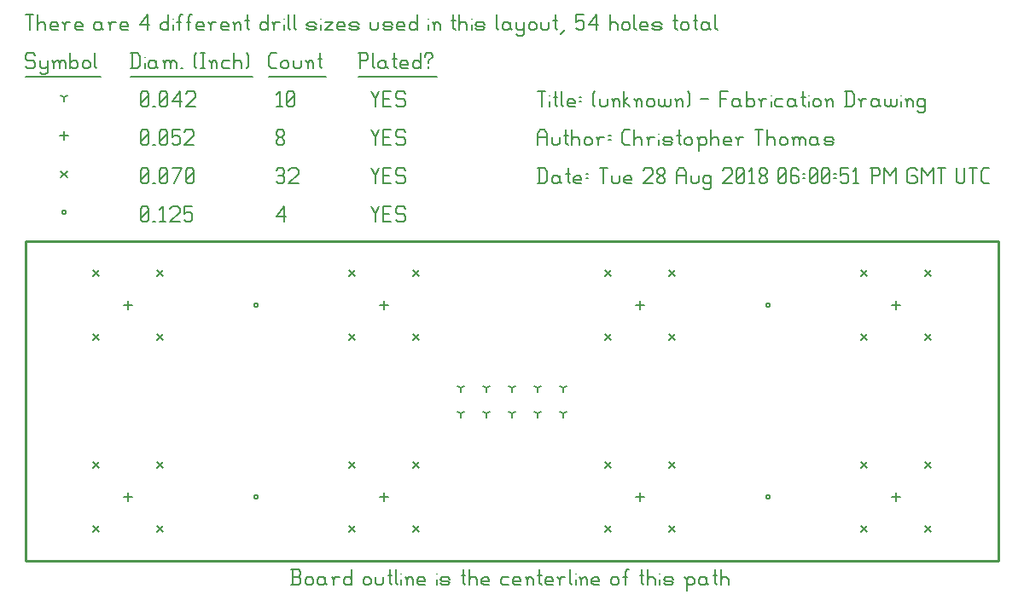
<source format=gbr>
G04 start of page 10 for group -3984 idx -3984 *
G04 Title: (unknown), fab *
G04 Creator: pcb 20140316 *
G04 CreationDate: Tue 28 Aug 2018 06:00:51 PM GMT UTC *
G04 For: thomasc *
G04 Format: Gerber/RS-274X *
G04 PCB-Dimensions (mil): 3800.00 1250.00 *
G04 PCB-Coordinate-Origin: lower left *
%MOIN*%
%FSLAX25Y25*%
%LNFAB*%
%ADD52C,0.0100*%
%ADD51C,0.0075*%
%ADD50C,0.0060*%
%ADD49C,0.0080*%
G54D49*X89200Y25000D02*G75*G03X90800Y25000I800J0D01*G01*
G75*G03X89200Y25000I-800J0D01*G01*
Y100000D02*G75*G03X90800Y100000I800J0D01*G01*
G75*G03X89200Y100000I-800J0D01*G01*
X289200Y25000D02*G75*G03X290800Y25000I800J0D01*G01*
G75*G03X289200Y25000I-800J0D01*G01*
Y100000D02*G75*G03X290800Y100000I800J0D01*G01*
G75*G03X289200Y100000I-800J0D01*G01*
X14200Y136250D02*G75*G03X15800Y136250I800J0D01*G01*
G75*G03X14200Y136250I-800J0D01*G01*
G54D50*X135000Y138500D02*X136500Y135500D01*
X138000Y138500D01*
X136500Y135500D02*Y132500D01*
X139800Y135800D02*X142050D01*
X139800Y132500D02*X142800D01*
X139800Y138500D02*Y132500D01*
Y138500D02*X142800D01*
X147600D02*X148350Y137750D01*
X145350Y138500D02*X147600D01*
X144600Y137750D02*X145350Y138500D01*
X144600Y137750D02*Y136250D01*
X145350Y135500D01*
X147600D01*
X148350Y134750D01*
Y133250D01*
X147600Y132500D02*X148350Y133250D01*
X145350Y132500D02*X147600D01*
X144600Y133250D02*X145350Y132500D01*
X98000Y134750D02*X101000Y138500D01*
X98000Y134750D02*X101750D01*
X101000Y138500D02*Y132500D01*
X45000Y133250D02*X45750Y132500D01*
X45000Y137750D02*Y133250D01*
Y137750D02*X45750Y138500D01*
X47250D01*
X48000Y137750D01*
Y133250D01*
X47250Y132500D02*X48000Y133250D01*
X45750Y132500D02*X47250D01*
X45000Y134000D02*X48000Y137000D01*
X49800Y132500D02*X50550D01*
X52350Y137300D02*X53550Y138500D01*
Y132500D01*
X52350D02*X54600D01*
X56400Y137750D02*X57150Y138500D01*
X59400D01*
X60150Y137750D01*
Y136250D01*
X56400Y132500D02*X60150Y136250D01*
X56400Y132500D02*X60150D01*
X61950Y138500D02*X64950D01*
X61950D02*Y135500D01*
X62700Y136250D01*
X64200D01*
X64950Y135500D01*
Y133250D01*
X64200Y132500D02*X64950Y133250D01*
X62700Y132500D02*X64200D01*
X61950Y133250D02*X62700Y132500D01*
X26300Y113700D02*X28700Y111300D01*
X26300D02*X28700Y113700D01*
X51300D02*X53700Y111300D01*
X51300D02*X53700Y113700D01*
X51300Y88700D02*X53700Y86300D01*
X51300D02*X53700Y88700D01*
X26300D02*X28700Y86300D01*
X26300D02*X28700Y88700D01*
X26300Y38700D02*X28700Y36300D01*
X26300D02*X28700Y38700D01*
X51300D02*X53700Y36300D01*
X51300D02*X53700Y38700D01*
X51300Y13700D02*X53700Y11300D01*
X51300D02*X53700Y13700D01*
X26300D02*X28700Y11300D01*
X26300D02*X28700Y13700D01*
X126300Y38700D02*X128700Y36300D01*
X126300D02*X128700Y38700D01*
X151300D02*X153700Y36300D01*
X151300D02*X153700Y38700D01*
X151300Y13700D02*X153700Y11300D01*
X151300D02*X153700Y13700D01*
X126300D02*X128700Y11300D01*
X126300D02*X128700Y13700D01*
X126300Y113700D02*X128700Y111300D01*
X126300D02*X128700Y113700D01*
X151300D02*X153700Y111300D01*
X151300D02*X153700Y113700D01*
X151300Y88700D02*X153700Y86300D01*
X151300D02*X153700Y88700D01*
X126300D02*X128700Y86300D01*
X126300D02*X128700Y88700D01*
X226300Y113700D02*X228700Y111300D01*
X226300D02*X228700Y113700D01*
X251300D02*X253700Y111300D01*
X251300D02*X253700Y113700D01*
X251300Y88700D02*X253700Y86300D01*
X251300D02*X253700Y88700D01*
X226300D02*X228700Y86300D01*
X226300D02*X228700Y88700D01*
X226300Y38700D02*X228700Y36300D01*
X226300D02*X228700Y38700D01*
X251300D02*X253700Y36300D01*
X251300D02*X253700Y38700D01*
X251300Y13700D02*X253700Y11300D01*
X251300D02*X253700Y13700D01*
X226300D02*X228700Y11300D01*
X226300D02*X228700Y13700D01*
X326300Y38700D02*X328700Y36300D01*
X326300D02*X328700Y38700D01*
X351300D02*X353700Y36300D01*
X351300D02*X353700Y38700D01*
X351300Y13700D02*X353700Y11300D01*
X351300D02*X353700Y13700D01*
X326300D02*X328700Y11300D01*
X326300D02*X328700Y13700D01*
X326300Y113700D02*X328700Y111300D01*
X326300D02*X328700Y113700D01*
X351300D02*X353700Y111300D01*
X351300D02*X353700Y113700D01*
X351300Y88700D02*X353700Y86300D01*
X351300D02*X353700Y88700D01*
X326300D02*X328700Y86300D01*
X326300D02*X328700Y88700D01*
X13800Y152450D02*X16200Y150050D01*
X13800D02*X16200Y152450D01*
X135000Y153500D02*X136500Y150500D01*
X138000Y153500D01*
X136500Y150500D02*Y147500D01*
X139800Y150800D02*X142050D01*
X139800Y147500D02*X142800D01*
X139800Y153500D02*Y147500D01*
Y153500D02*X142800D01*
X147600D02*X148350Y152750D01*
X145350Y153500D02*X147600D01*
X144600Y152750D02*X145350Y153500D01*
X144600Y152750D02*Y151250D01*
X145350Y150500D01*
X147600D01*
X148350Y149750D01*
Y148250D01*
X147600Y147500D02*X148350Y148250D01*
X145350Y147500D02*X147600D01*
X144600Y148250D02*X145350Y147500D01*
X98000Y152750D02*X98750Y153500D01*
X100250D01*
X101000Y152750D01*
X100250Y147500D02*X101000Y148250D01*
X98750Y147500D02*X100250D01*
X98000Y148250D02*X98750Y147500D01*
Y150800D02*X100250D01*
X101000Y152750D02*Y151550D01*
Y150050D02*Y148250D01*
Y150050D02*X100250Y150800D01*
X101000Y151550D02*X100250Y150800D01*
X102800Y152750D02*X103550Y153500D01*
X105800D01*
X106550Y152750D01*
Y151250D01*
X102800Y147500D02*X106550Y151250D01*
X102800Y147500D02*X106550D01*
X45000Y148250D02*X45750Y147500D01*
X45000Y152750D02*Y148250D01*
Y152750D02*X45750Y153500D01*
X47250D01*
X48000Y152750D01*
Y148250D01*
X47250Y147500D02*X48000Y148250D01*
X45750Y147500D02*X47250D01*
X45000Y149000D02*X48000Y152000D01*
X49800Y147500D02*X50550D01*
X52350Y148250D02*X53100Y147500D01*
X52350Y152750D02*Y148250D01*
Y152750D02*X53100Y153500D01*
X54600D01*
X55350Y152750D01*
Y148250D01*
X54600Y147500D02*X55350Y148250D01*
X53100Y147500D02*X54600D01*
X52350Y149000D02*X55350Y152000D01*
X57900Y147500D02*X60900Y153500D01*
X57150D02*X60900D01*
X62700Y148250D02*X63450Y147500D01*
X62700Y152750D02*Y148250D01*
Y152750D02*X63450Y153500D01*
X64950D01*
X65700Y152750D01*
Y148250D01*
X64950Y147500D02*X65700Y148250D01*
X63450Y147500D02*X64950D01*
X62700Y149000D02*X65700Y152000D01*
X40000Y101600D02*Y98400D01*
X38400Y100000D02*X41600D01*
X40000Y26600D02*Y23400D01*
X38400Y25000D02*X41600D01*
X140000Y26600D02*Y23400D01*
X138400Y25000D02*X141600D01*
X140000Y101600D02*Y98400D01*
X138400Y100000D02*X141600D01*
X240000Y101600D02*Y98400D01*
X238400Y100000D02*X241600D01*
X240000Y26600D02*Y23400D01*
X238400Y25000D02*X241600D01*
X340000Y26600D02*Y23400D01*
X338400Y25000D02*X341600D01*
X340000Y101600D02*Y98400D01*
X338400Y100000D02*X341600D01*
X15000Y167850D02*Y164650D01*
X13400Y166250D02*X16600D01*
X135000Y168500D02*X136500Y165500D01*
X138000Y168500D01*
X136500Y165500D02*Y162500D01*
X139800Y165800D02*X142050D01*
X139800Y162500D02*X142800D01*
X139800Y168500D02*Y162500D01*
Y168500D02*X142800D01*
X147600D02*X148350Y167750D01*
X145350Y168500D02*X147600D01*
X144600Y167750D02*X145350Y168500D01*
X144600Y167750D02*Y166250D01*
X145350Y165500D01*
X147600D01*
X148350Y164750D01*
Y163250D01*
X147600Y162500D02*X148350Y163250D01*
X145350Y162500D02*X147600D01*
X144600Y163250D02*X145350Y162500D01*
X98000Y163250D02*X98750Y162500D01*
X98000Y164450D02*Y163250D01*
Y164450D02*X99050Y165500D01*
X99950D01*
X101000Y164450D01*
Y163250D01*
X100250Y162500D02*X101000Y163250D01*
X98750Y162500D02*X100250D01*
X98000Y166550D02*X99050Y165500D01*
X98000Y167750D02*Y166550D01*
Y167750D02*X98750Y168500D01*
X100250D01*
X101000Y167750D01*
Y166550D01*
X99950Y165500D02*X101000Y166550D01*
X45000Y163250D02*X45750Y162500D01*
X45000Y167750D02*Y163250D01*
Y167750D02*X45750Y168500D01*
X47250D01*
X48000Y167750D01*
Y163250D01*
X47250Y162500D02*X48000Y163250D01*
X45750Y162500D02*X47250D01*
X45000Y164000D02*X48000Y167000D01*
X49800Y162500D02*X50550D01*
X52350Y163250D02*X53100Y162500D01*
X52350Y167750D02*Y163250D01*
Y167750D02*X53100Y168500D01*
X54600D01*
X55350Y167750D01*
Y163250D01*
X54600Y162500D02*X55350Y163250D01*
X53100Y162500D02*X54600D01*
X52350Y164000D02*X55350Y167000D01*
X57150Y168500D02*X60150D01*
X57150D02*Y165500D01*
X57900Y166250D01*
X59400D01*
X60150Y165500D01*
Y163250D01*
X59400Y162500D02*X60150Y163250D01*
X57900Y162500D02*X59400D01*
X57150Y163250D02*X57900Y162500D01*
X61950Y167750D02*X62700Y168500D01*
X64950D01*
X65700Y167750D01*
Y166250D01*
X61950Y162500D02*X65700Y166250D01*
X61950Y162500D02*X65700D01*
X170000Y57500D02*Y55900D01*
Y57500D02*X171387Y58300D01*
X170000Y57500D02*X168613Y58300D01*
X170000Y67500D02*Y65900D01*
Y67500D02*X171387Y68300D01*
X170000Y67500D02*X168613Y68300D01*
X180000Y57500D02*Y55900D01*
Y57500D02*X181387Y58300D01*
X180000Y57500D02*X178613Y58300D01*
X180000Y67500D02*Y65900D01*
Y67500D02*X181387Y68300D01*
X180000Y67500D02*X178613Y68300D01*
X190000Y57500D02*Y55900D01*
Y57500D02*X191387Y58300D01*
X190000Y57500D02*X188613Y58300D01*
X190000Y67500D02*Y65900D01*
Y67500D02*X191387Y68300D01*
X190000Y67500D02*X188613Y68300D01*
X200000Y57500D02*Y55900D01*
Y57500D02*X201387Y58300D01*
X200000Y57500D02*X198613Y58300D01*
X200000Y67500D02*Y65900D01*
Y67500D02*X201387Y68300D01*
X200000Y67500D02*X198613Y68300D01*
X210000Y57500D02*Y55900D01*
Y57500D02*X211387Y58300D01*
X210000Y57500D02*X208613Y58300D01*
X210000Y67500D02*Y65900D01*
Y67500D02*X211387Y68300D01*
X210000Y67500D02*X208613Y68300D01*
X15000Y181250D02*Y179650D01*
Y181250D02*X16387Y182050D01*
X15000Y181250D02*X13613Y182050D01*
X135000Y183500D02*X136500Y180500D01*
X138000Y183500D01*
X136500Y180500D02*Y177500D01*
X139800Y180800D02*X142050D01*
X139800Y177500D02*X142800D01*
X139800Y183500D02*Y177500D01*
Y183500D02*X142800D01*
X147600D02*X148350Y182750D01*
X145350Y183500D02*X147600D01*
X144600Y182750D02*X145350Y183500D01*
X144600Y182750D02*Y181250D01*
X145350Y180500D01*
X147600D01*
X148350Y179750D01*
Y178250D01*
X147600Y177500D02*X148350Y178250D01*
X145350Y177500D02*X147600D01*
X144600Y178250D02*X145350Y177500D01*
X98000Y182300D02*X99200Y183500D01*
Y177500D01*
X98000D02*X100250D01*
X102050Y178250D02*X102800Y177500D01*
X102050Y182750D02*Y178250D01*
Y182750D02*X102800Y183500D01*
X104300D01*
X105050Y182750D01*
Y178250D01*
X104300Y177500D02*X105050Y178250D01*
X102800Y177500D02*X104300D01*
X102050Y179000D02*X105050Y182000D01*
X45000Y178250D02*X45750Y177500D01*
X45000Y182750D02*Y178250D01*
Y182750D02*X45750Y183500D01*
X47250D01*
X48000Y182750D01*
Y178250D01*
X47250Y177500D02*X48000Y178250D01*
X45750Y177500D02*X47250D01*
X45000Y179000D02*X48000Y182000D01*
X49800Y177500D02*X50550D01*
X52350Y178250D02*X53100Y177500D01*
X52350Y182750D02*Y178250D01*
Y182750D02*X53100Y183500D01*
X54600D01*
X55350Y182750D01*
Y178250D01*
X54600Y177500D02*X55350Y178250D01*
X53100Y177500D02*X54600D01*
X52350Y179000D02*X55350Y182000D01*
X57150Y179750D02*X60150Y183500D01*
X57150Y179750D02*X60900D01*
X60150Y183500D02*Y177500D01*
X62700Y182750D02*X63450Y183500D01*
X65700D01*
X66450Y182750D01*
Y181250D01*
X62700Y177500D02*X66450Y181250D01*
X62700Y177500D02*X66450D01*
X3000Y198500D02*X3750Y197750D01*
X750Y198500D02*X3000D01*
X0Y197750D02*X750Y198500D01*
X0Y197750D02*Y196250D01*
X750Y195500D01*
X3000D01*
X3750Y194750D01*
Y193250D01*
X3000Y192500D02*X3750Y193250D01*
X750Y192500D02*X3000D01*
X0Y193250D02*X750Y192500D01*
X5550Y195500D02*Y193250D01*
X6300Y192500D01*
X8550Y195500D02*Y191000D01*
X7800Y190250D02*X8550Y191000D01*
X6300Y190250D02*X7800D01*
X5550Y191000D02*X6300Y190250D01*
Y192500D02*X7800D01*
X8550Y193250D01*
X11100Y194750D02*Y192500D01*
Y194750D02*X11850Y195500D01*
X12600D01*
X13350Y194750D01*
Y192500D01*
Y194750D02*X14100Y195500D01*
X14850D01*
X15600Y194750D01*
Y192500D01*
X10350Y195500D02*X11100Y194750D01*
X17400Y198500D02*Y192500D01*
Y193250D02*X18150Y192500D01*
X19650D01*
X20400Y193250D01*
Y194750D02*Y193250D01*
X19650Y195500D02*X20400Y194750D01*
X18150Y195500D02*X19650D01*
X17400Y194750D02*X18150Y195500D01*
X22200Y194750D02*Y193250D01*
Y194750D02*X22950Y195500D01*
X24450D01*
X25200Y194750D01*
Y193250D01*
X24450Y192500D02*X25200Y193250D01*
X22950Y192500D02*X24450D01*
X22200Y193250D02*X22950Y192500D01*
X27000Y198500D02*Y193250D01*
X27750Y192500D01*
X0Y189250D02*X29250D01*
X41750Y198500D02*Y192500D01*
X43700Y198500D02*X44750Y197450D01*
Y193550D01*
X43700Y192500D02*X44750Y193550D01*
X41000Y192500D02*X43700D01*
X41000Y198500D02*X43700D01*
G54D51*X46550Y197000D02*Y196850D01*
G54D50*Y194750D02*Y192500D01*
X50300Y195500D02*X51050Y194750D01*
X48800Y195500D02*X50300D01*
X48050Y194750D02*X48800Y195500D01*
X48050Y194750D02*Y193250D01*
X48800Y192500D01*
X51050Y195500D02*Y193250D01*
X51800Y192500D01*
X48800D02*X50300D01*
X51050Y193250D01*
X54350Y194750D02*Y192500D01*
Y194750D02*X55100Y195500D01*
X55850D01*
X56600Y194750D01*
Y192500D01*
Y194750D02*X57350Y195500D01*
X58100D01*
X58850Y194750D01*
Y192500D01*
X53600Y195500D02*X54350Y194750D01*
X60650Y192500D02*X61400D01*
X65900Y193250D02*X66650Y192500D01*
X65900Y197750D02*X66650Y198500D01*
X65900Y197750D02*Y193250D01*
X68450Y198500D02*X69950D01*
X69200D02*Y192500D01*
X68450D02*X69950D01*
X72500Y194750D02*Y192500D01*
Y194750D02*X73250Y195500D01*
X74000D01*
X74750Y194750D01*
Y192500D01*
X71750Y195500D02*X72500Y194750D01*
X77300Y195500D02*X79550D01*
X76550Y194750D02*X77300Y195500D01*
X76550Y194750D02*Y193250D01*
X77300Y192500D01*
X79550D01*
X81350Y198500D02*Y192500D01*
Y194750D02*X82100Y195500D01*
X83600D01*
X84350Y194750D01*
Y192500D01*
X86150Y198500D02*X86900Y197750D01*
Y193250D01*
X86150Y192500D02*X86900Y193250D01*
X41000Y189250D02*X88700D01*
X96050Y192500D02*X98000D01*
X95000Y193550D02*X96050Y192500D01*
X95000Y197450D02*Y193550D01*
Y197450D02*X96050Y198500D01*
X98000D01*
X99800Y194750D02*Y193250D01*
Y194750D02*X100550Y195500D01*
X102050D01*
X102800Y194750D01*
Y193250D01*
X102050Y192500D02*X102800Y193250D01*
X100550Y192500D02*X102050D01*
X99800Y193250D02*X100550Y192500D01*
X104600Y195500D02*Y193250D01*
X105350Y192500D01*
X106850D01*
X107600Y193250D01*
Y195500D02*Y193250D01*
X110150Y194750D02*Y192500D01*
Y194750D02*X110900Y195500D01*
X111650D01*
X112400Y194750D01*
Y192500D01*
X109400Y195500D02*X110150Y194750D01*
X114950Y198500D02*Y193250D01*
X115700Y192500D01*
X114200Y196250D02*X115700D01*
X95000Y189250D02*X117200D01*
X130750Y198500D02*Y192500D01*
X130000Y198500D02*X133000D01*
X133750Y197750D01*
Y196250D01*
X133000Y195500D02*X133750Y196250D01*
X130750Y195500D02*X133000D01*
X135550Y198500D02*Y193250D01*
X136300Y192500D01*
X140050Y195500D02*X140800Y194750D01*
X138550Y195500D02*X140050D01*
X137800Y194750D02*X138550Y195500D01*
X137800Y194750D02*Y193250D01*
X138550Y192500D01*
X140800Y195500D02*Y193250D01*
X141550Y192500D01*
X138550D02*X140050D01*
X140800Y193250D01*
X144100Y198500D02*Y193250D01*
X144850Y192500D01*
X143350Y196250D02*X144850D01*
X147100Y192500D02*X149350D01*
X146350Y193250D02*X147100Y192500D01*
X146350Y194750D02*Y193250D01*
Y194750D02*X147100Y195500D01*
X148600D01*
X149350Y194750D01*
X146350Y194000D02*X149350D01*
Y194750D02*Y194000D01*
X154150Y198500D02*Y192500D01*
X153400D02*X154150Y193250D01*
X151900Y192500D02*X153400D01*
X151150Y193250D02*X151900Y192500D01*
X151150Y194750D02*Y193250D01*
Y194750D02*X151900Y195500D01*
X153400D01*
X154150Y194750D01*
X157450Y195500D02*Y194750D01*
Y193250D02*Y192500D01*
X155950Y197750D02*Y197000D01*
Y197750D02*X156700Y198500D01*
X158200D01*
X158950Y197750D01*
Y197000D01*
X157450Y195500D02*X158950Y197000D01*
X130000Y189250D02*X160750D01*
X0Y213500D02*X3000D01*
X1500D02*Y207500D01*
X4800Y213500D02*Y207500D01*
Y209750D02*X5550Y210500D01*
X7050D01*
X7800Y209750D01*
Y207500D01*
X10350D02*X12600D01*
X9600Y208250D02*X10350Y207500D01*
X9600Y209750D02*Y208250D01*
Y209750D02*X10350Y210500D01*
X11850D01*
X12600Y209750D01*
X9600Y209000D02*X12600D01*
Y209750D02*Y209000D01*
X15150Y209750D02*Y207500D01*
Y209750D02*X15900Y210500D01*
X17400D01*
X14400D02*X15150Y209750D01*
X19950Y207500D02*X22200D01*
X19200Y208250D02*X19950Y207500D01*
X19200Y209750D02*Y208250D01*
Y209750D02*X19950Y210500D01*
X21450D01*
X22200Y209750D01*
X19200Y209000D02*X22200D01*
Y209750D02*Y209000D01*
X28950Y210500D02*X29700Y209750D01*
X27450Y210500D02*X28950D01*
X26700Y209750D02*X27450Y210500D01*
X26700Y209750D02*Y208250D01*
X27450Y207500D01*
X29700Y210500D02*Y208250D01*
X30450Y207500D01*
X27450D02*X28950D01*
X29700Y208250D01*
X33000Y209750D02*Y207500D01*
Y209750D02*X33750Y210500D01*
X35250D01*
X32250D02*X33000Y209750D01*
X37800Y207500D02*X40050D01*
X37050Y208250D02*X37800Y207500D01*
X37050Y209750D02*Y208250D01*
Y209750D02*X37800Y210500D01*
X39300D01*
X40050Y209750D01*
X37050Y209000D02*X40050D01*
Y209750D02*Y209000D01*
X44550Y209750D02*X47550Y213500D01*
X44550Y209750D02*X48300D01*
X47550Y213500D02*Y207500D01*
X55800Y213500D02*Y207500D01*
X55050D02*X55800Y208250D01*
X53550Y207500D02*X55050D01*
X52800Y208250D02*X53550Y207500D01*
X52800Y209750D02*Y208250D01*
Y209750D02*X53550Y210500D01*
X55050D01*
X55800Y209750D01*
G54D51*X57600Y212000D02*Y211850D01*
G54D50*Y209750D02*Y207500D01*
X59850Y212750D02*Y207500D01*
Y212750D02*X60600Y213500D01*
X61350D01*
X59100Y210500D02*X60600D01*
X63600Y212750D02*Y207500D01*
Y212750D02*X64350Y213500D01*
X65100D01*
X62850Y210500D02*X64350D01*
X67350Y207500D02*X69600D01*
X66600Y208250D02*X67350Y207500D01*
X66600Y209750D02*Y208250D01*
Y209750D02*X67350Y210500D01*
X68850D01*
X69600Y209750D01*
X66600Y209000D02*X69600D01*
Y209750D02*Y209000D01*
X72150Y209750D02*Y207500D01*
Y209750D02*X72900Y210500D01*
X74400D01*
X71400D02*X72150Y209750D01*
X76950Y207500D02*X79200D01*
X76200Y208250D02*X76950Y207500D01*
X76200Y209750D02*Y208250D01*
Y209750D02*X76950Y210500D01*
X78450D01*
X79200Y209750D01*
X76200Y209000D02*X79200D01*
Y209750D02*Y209000D01*
X81750Y209750D02*Y207500D01*
Y209750D02*X82500Y210500D01*
X83250D01*
X84000Y209750D01*
Y207500D01*
X81000Y210500D02*X81750Y209750D01*
X86550Y213500D02*Y208250D01*
X87300Y207500D01*
X85800Y211250D02*X87300D01*
X94500Y213500D02*Y207500D01*
X93750D02*X94500Y208250D01*
X92250Y207500D02*X93750D01*
X91500Y208250D02*X92250Y207500D01*
X91500Y209750D02*Y208250D01*
Y209750D02*X92250Y210500D01*
X93750D01*
X94500Y209750D01*
X97050D02*Y207500D01*
Y209750D02*X97800Y210500D01*
X99300D01*
X96300D02*X97050Y209750D01*
G54D51*X101100Y212000D02*Y211850D01*
G54D50*Y209750D02*Y207500D01*
X102600Y213500D02*Y208250D01*
X103350Y207500D01*
X104850Y213500D02*Y208250D01*
X105600Y207500D01*
X110550D02*X112800D01*
X113550Y208250D01*
X112800Y209000D02*X113550Y208250D01*
X110550Y209000D02*X112800D01*
X109800Y209750D02*X110550Y209000D01*
X109800Y209750D02*X110550Y210500D01*
X112800D01*
X113550Y209750D01*
X109800Y208250D02*X110550Y207500D01*
G54D51*X115350Y212000D02*Y211850D01*
G54D50*Y209750D02*Y207500D01*
X116850Y210500D02*X119850D01*
X116850Y207500D02*X119850Y210500D01*
X116850Y207500D02*X119850D01*
X122400D02*X124650D01*
X121650Y208250D02*X122400Y207500D01*
X121650Y209750D02*Y208250D01*
Y209750D02*X122400Y210500D01*
X123900D01*
X124650Y209750D01*
X121650Y209000D02*X124650D01*
Y209750D02*Y209000D01*
X127200Y207500D02*X129450D01*
X130200Y208250D01*
X129450Y209000D02*X130200Y208250D01*
X127200Y209000D02*X129450D01*
X126450Y209750D02*X127200Y209000D01*
X126450Y209750D02*X127200Y210500D01*
X129450D01*
X130200Y209750D01*
X126450Y208250D02*X127200Y207500D01*
X134700Y210500D02*Y208250D01*
X135450Y207500D01*
X136950D01*
X137700Y208250D01*
Y210500D02*Y208250D01*
X140250Y207500D02*X142500D01*
X143250Y208250D01*
X142500Y209000D02*X143250Y208250D01*
X140250Y209000D02*X142500D01*
X139500Y209750D02*X140250Y209000D01*
X139500Y209750D02*X140250Y210500D01*
X142500D01*
X143250Y209750D01*
X139500Y208250D02*X140250Y207500D01*
X145800D02*X148050D01*
X145050Y208250D02*X145800Y207500D01*
X145050Y209750D02*Y208250D01*
Y209750D02*X145800Y210500D01*
X147300D01*
X148050Y209750D01*
X145050Y209000D02*X148050D01*
Y209750D02*Y209000D01*
X152850Y213500D02*Y207500D01*
X152100D02*X152850Y208250D01*
X150600Y207500D02*X152100D01*
X149850Y208250D02*X150600Y207500D01*
X149850Y209750D02*Y208250D01*
Y209750D02*X150600Y210500D01*
X152100D01*
X152850Y209750D01*
G54D51*X157350Y212000D02*Y211850D01*
G54D50*Y209750D02*Y207500D01*
X159600Y209750D02*Y207500D01*
Y209750D02*X160350Y210500D01*
X161100D01*
X161850Y209750D01*
Y207500D01*
X158850Y210500D02*X159600Y209750D01*
X167100Y213500D02*Y208250D01*
X167850Y207500D01*
X166350Y211250D02*X167850D01*
X169350Y213500D02*Y207500D01*
Y209750D02*X170100Y210500D01*
X171600D01*
X172350Y209750D01*
Y207500D01*
G54D51*X174150Y212000D02*Y211850D01*
G54D50*Y209750D02*Y207500D01*
X176400D02*X178650D01*
X179400Y208250D01*
X178650Y209000D02*X179400Y208250D01*
X176400Y209000D02*X178650D01*
X175650Y209750D02*X176400Y209000D01*
X175650Y209750D02*X176400Y210500D01*
X178650D01*
X179400Y209750D01*
X175650Y208250D02*X176400Y207500D01*
X183900Y213500D02*Y208250D01*
X184650Y207500D01*
X188400Y210500D02*X189150Y209750D01*
X186900Y210500D02*X188400D01*
X186150Y209750D02*X186900Y210500D01*
X186150Y209750D02*Y208250D01*
X186900Y207500D01*
X189150Y210500D02*Y208250D01*
X189900Y207500D01*
X186900D02*X188400D01*
X189150Y208250D01*
X191700Y210500D02*Y208250D01*
X192450Y207500D01*
X194700Y210500D02*Y206000D01*
X193950Y205250D02*X194700Y206000D01*
X192450Y205250D02*X193950D01*
X191700Y206000D02*X192450Y205250D01*
Y207500D02*X193950D01*
X194700Y208250D01*
X196500Y209750D02*Y208250D01*
Y209750D02*X197250Y210500D01*
X198750D01*
X199500Y209750D01*
Y208250D01*
X198750Y207500D02*X199500Y208250D01*
X197250Y207500D02*X198750D01*
X196500Y208250D02*X197250Y207500D01*
X201300Y210500D02*Y208250D01*
X202050Y207500D01*
X203550D01*
X204300Y208250D01*
Y210500D02*Y208250D01*
X206850Y213500D02*Y208250D01*
X207600Y207500D01*
X206100Y211250D02*X207600D01*
X209100Y206000D02*X210600Y207500D01*
X215100Y213500D02*X218100D01*
X215100D02*Y210500D01*
X215850Y211250D01*
X217350D01*
X218100Y210500D01*
Y208250D01*
X217350Y207500D02*X218100Y208250D01*
X215850Y207500D02*X217350D01*
X215100Y208250D02*X215850Y207500D01*
X219900Y209750D02*X222900Y213500D01*
X219900Y209750D02*X223650D01*
X222900Y213500D02*Y207500D01*
X228150Y213500D02*Y207500D01*
Y209750D02*X228900Y210500D01*
X230400D01*
X231150Y209750D01*
Y207500D01*
X232950Y209750D02*Y208250D01*
Y209750D02*X233700Y210500D01*
X235200D01*
X235950Y209750D01*
Y208250D01*
X235200Y207500D02*X235950Y208250D01*
X233700Y207500D02*X235200D01*
X232950Y208250D02*X233700Y207500D01*
X237750Y213500D02*Y208250D01*
X238500Y207500D01*
X240750D02*X243000D01*
X240000Y208250D02*X240750Y207500D01*
X240000Y209750D02*Y208250D01*
Y209750D02*X240750Y210500D01*
X242250D01*
X243000Y209750D01*
X240000Y209000D02*X243000D01*
Y209750D02*Y209000D01*
X245550Y207500D02*X247800D01*
X248550Y208250D01*
X247800Y209000D02*X248550Y208250D01*
X245550Y209000D02*X247800D01*
X244800Y209750D02*X245550Y209000D01*
X244800Y209750D02*X245550Y210500D01*
X247800D01*
X248550Y209750D01*
X244800Y208250D02*X245550Y207500D01*
X253800Y213500D02*Y208250D01*
X254550Y207500D01*
X253050Y211250D02*X254550D01*
X256050Y209750D02*Y208250D01*
Y209750D02*X256800Y210500D01*
X258300D01*
X259050Y209750D01*
Y208250D01*
X258300Y207500D02*X259050Y208250D01*
X256800Y207500D02*X258300D01*
X256050Y208250D02*X256800Y207500D01*
X261600Y213500D02*Y208250D01*
X262350Y207500D01*
X260850Y211250D02*X262350D01*
X266100Y210500D02*X266850Y209750D01*
X264600Y210500D02*X266100D01*
X263850Y209750D02*X264600Y210500D01*
X263850Y209750D02*Y208250D01*
X264600Y207500D01*
X266850Y210500D02*Y208250D01*
X267600Y207500D01*
X264600D02*X266100D01*
X266850Y208250D01*
X269400Y213500D02*Y208250D01*
X270150Y207500D01*
G54D52*X0Y125000D02*Y0D01*
X380000D01*
Y125000D01*
X0D01*
G54D50*X103675Y-9500D02*X106675D01*
X107425Y-8750D01*
Y-6950D02*Y-8750D01*
X106675Y-6200D02*X107425Y-6950D01*
X104425Y-6200D02*X106675D01*
X104425Y-3500D02*Y-9500D01*
X103675Y-3500D02*X106675D01*
X107425Y-4250D01*
Y-5450D01*
X106675Y-6200D02*X107425Y-5450D01*
X109225Y-7250D02*Y-8750D01*
Y-7250D02*X109975Y-6500D01*
X111475D01*
X112225Y-7250D01*
Y-8750D01*
X111475Y-9500D02*X112225Y-8750D01*
X109975Y-9500D02*X111475D01*
X109225Y-8750D02*X109975Y-9500D01*
X116275Y-6500D02*X117025Y-7250D01*
X114775Y-6500D02*X116275D01*
X114025Y-7250D02*X114775Y-6500D01*
X114025Y-7250D02*Y-8750D01*
X114775Y-9500D01*
X117025Y-6500D02*Y-8750D01*
X117775Y-9500D01*
X114775D02*X116275D01*
X117025Y-8750D01*
X120325Y-7250D02*Y-9500D01*
Y-7250D02*X121075Y-6500D01*
X122575D01*
X119575D02*X120325Y-7250D01*
X127375Y-3500D02*Y-9500D01*
X126625D02*X127375Y-8750D01*
X125125Y-9500D02*X126625D01*
X124375Y-8750D02*X125125Y-9500D01*
X124375Y-7250D02*Y-8750D01*
Y-7250D02*X125125Y-6500D01*
X126625D01*
X127375Y-7250D01*
X131875D02*Y-8750D01*
Y-7250D02*X132625Y-6500D01*
X134125D01*
X134875Y-7250D01*
Y-8750D01*
X134125Y-9500D02*X134875Y-8750D01*
X132625Y-9500D02*X134125D01*
X131875Y-8750D02*X132625Y-9500D01*
X136675Y-6500D02*Y-8750D01*
X137425Y-9500D01*
X138925D01*
X139675Y-8750D01*
Y-6500D02*Y-8750D01*
X142225Y-3500D02*Y-8750D01*
X142975Y-9500D01*
X141475Y-5750D02*X142975D01*
X144475Y-3500D02*Y-8750D01*
X145225Y-9500D01*
G54D51*X146725Y-5000D02*Y-5150D01*
G54D50*Y-7250D02*Y-9500D01*
X148975Y-7250D02*Y-9500D01*
Y-7250D02*X149725Y-6500D01*
X150475D01*
X151225Y-7250D01*
Y-9500D01*
X148225Y-6500D02*X148975Y-7250D01*
X153775Y-9500D02*X156025D01*
X153025Y-8750D02*X153775Y-9500D01*
X153025Y-7250D02*Y-8750D01*
Y-7250D02*X153775Y-6500D01*
X155275D01*
X156025Y-7250D01*
X153025Y-8000D02*X156025D01*
Y-7250D02*Y-8000D01*
G54D51*X160525Y-5000D02*Y-5150D01*
G54D50*Y-7250D02*Y-9500D01*
X162775D02*X165025D01*
X165775Y-8750D01*
X165025Y-8000D02*X165775Y-8750D01*
X162775Y-8000D02*X165025D01*
X162025Y-7250D02*X162775Y-8000D01*
X162025Y-7250D02*X162775Y-6500D01*
X165025D01*
X165775Y-7250D01*
X162025Y-8750D02*X162775Y-9500D01*
X171025Y-3500D02*Y-8750D01*
X171775Y-9500D01*
X170275Y-5750D02*X171775D01*
X173275Y-3500D02*Y-9500D01*
Y-7250D02*X174025Y-6500D01*
X175525D01*
X176275Y-7250D01*
Y-9500D01*
X178825D02*X181075D01*
X178075Y-8750D02*X178825Y-9500D01*
X178075Y-7250D02*Y-8750D01*
Y-7250D02*X178825Y-6500D01*
X180325D01*
X181075Y-7250D01*
X178075Y-8000D02*X181075D01*
Y-7250D02*Y-8000D01*
X186325Y-6500D02*X188575D01*
X185575Y-7250D02*X186325Y-6500D01*
X185575Y-7250D02*Y-8750D01*
X186325Y-9500D01*
X188575D01*
X191125D02*X193375D01*
X190375Y-8750D02*X191125Y-9500D01*
X190375Y-7250D02*Y-8750D01*
Y-7250D02*X191125Y-6500D01*
X192625D01*
X193375Y-7250D01*
X190375Y-8000D02*X193375D01*
Y-7250D02*Y-8000D01*
X195925Y-7250D02*Y-9500D01*
Y-7250D02*X196675Y-6500D01*
X197425D01*
X198175Y-7250D01*
Y-9500D01*
X195175Y-6500D02*X195925Y-7250D01*
X200725Y-3500D02*Y-8750D01*
X201475Y-9500D01*
X199975Y-5750D02*X201475D01*
X203725Y-9500D02*X205975D01*
X202975Y-8750D02*X203725Y-9500D01*
X202975Y-7250D02*Y-8750D01*
Y-7250D02*X203725Y-6500D01*
X205225D01*
X205975Y-7250D01*
X202975Y-8000D02*X205975D01*
Y-7250D02*Y-8000D01*
X208525Y-7250D02*Y-9500D01*
Y-7250D02*X209275Y-6500D01*
X210775D01*
X207775D02*X208525Y-7250D01*
X212575Y-3500D02*Y-8750D01*
X213325Y-9500D01*
G54D51*X214825Y-5000D02*Y-5150D01*
G54D50*Y-7250D02*Y-9500D01*
X217075Y-7250D02*Y-9500D01*
Y-7250D02*X217825Y-6500D01*
X218575D01*
X219325Y-7250D01*
Y-9500D01*
X216325Y-6500D02*X217075Y-7250D01*
X221875Y-9500D02*X224125D01*
X221125Y-8750D02*X221875Y-9500D01*
X221125Y-7250D02*Y-8750D01*
Y-7250D02*X221875Y-6500D01*
X223375D01*
X224125Y-7250D01*
X221125Y-8000D02*X224125D01*
Y-7250D02*Y-8000D01*
X228625Y-7250D02*Y-8750D01*
Y-7250D02*X229375Y-6500D01*
X230875D01*
X231625Y-7250D01*
Y-8750D01*
X230875Y-9500D02*X231625Y-8750D01*
X229375Y-9500D02*X230875D01*
X228625Y-8750D02*X229375Y-9500D01*
X234175Y-4250D02*Y-9500D01*
Y-4250D02*X234925Y-3500D01*
X235675D01*
X233425Y-6500D02*X234925D01*
X240625Y-3500D02*Y-8750D01*
X241375Y-9500D01*
X239875Y-5750D02*X241375D01*
X242875Y-3500D02*Y-9500D01*
Y-7250D02*X243625Y-6500D01*
X245125D01*
X245875Y-7250D01*
Y-9500D01*
G54D51*X247675Y-5000D02*Y-5150D01*
G54D50*Y-7250D02*Y-9500D01*
X249925D02*X252175D01*
X252925Y-8750D01*
X252175Y-8000D02*X252925Y-8750D01*
X249925Y-8000D02*X252175D01*
X249175Y-7250D02*X249925Y-8000D01*
X249175Y-7250D02*X249925Y-6500D01*
X252175D01*
X252925Y-7250D01*
X249175Y-8750D02*X249925Y-9500D01*
X258175Y-7250D02*Y-11750D01*
X257425Y-6500D02*X258175Y-7250D01*
X258925Y-6500D01*
X260425D01*
X261175Y-7250D01*
Y-8750D01*
X260425Y-9500D02*X261175Y-8750D01*
X258925Y-9500D02*X260425D01*
X258175Y-8750D02*X258925Y-9500D01*
X265225Y-6500D02*X265975Y-7250D01*
X263725Y-6500D02*X265225D01*
X262975Y-7250D02*X263725Y-6500D01*
X262975Y-7250D02*Y-8750D01*
X263725Y-9500D01*
X265975Y-6500D02*Y-8750D01*
X266725Y-9500D01*
X263725D02*X265225D01*
X265975Y-8750D01*
X269275Y-3500D02*Y-8750D01*
X270025Y-9500D01*
X268525Y-5750D02*X270025D01*
X271525Y-3500D02*Y-9500D01*
Y-7250D02*X272275Y-6500D01*
X273775D01*
X274525Y-7250D01*
Y-9500D01*
X200750Y153500D02*Y147500D01*
X202700Y153500D02*X203750Y152450D01*
Y148550D01*
X202700Y147500D02*X203750Y148550D01*
X200000Y147500D02*X202700D01*
X200000Y153500D02*X202700D01*
X207800Y150500D02*X208550Y149750D01*
X206300Y150500D02*X207800D01*
X205550Y149750D02*X206300Y150500D01*
X205550Y149750D02*Y148250D01*
X206300Y147500D01*
X208550Y150500D02*Y148250D01*
X209300Y147500D01*
X206300D02*X207800D01*
X208550Y148250D01*
X211850Y153500D02*Y148250D01*
X212600Y147500D01*
X211100Y151250D02*X212600D01*
X214850Y147500D02*X217100D01*
X214100Y148250D02*X214850Y147500D01*
X214100Y149750D02*Y148250D01*
Y149750D02*X214850Y150500D01*
X216350D01*
X217100Y149750D01*
X214100Y149000D02*X217100D01*
Y149750D02*Y149000D01*
X218900Y151250D02*X219650D01*
X218900Y149750D02*X219650D01*
X224150Y153500D02*X227150D01*
X225650D02*Y147500D01*
X228950Y150500D02*Y148250D01*
X229700Y147500D01*
X231200D01*
X231950Y148250D01*
Y150500D02*Y148250D01*
X234500Y147500D02*X236750D01*
X233750Y148250D02*X234500Y147500D01*
X233750Y149750D02*Y148250D01*
Y149750D02*X234500Y150500D01*
X236000D01*
X236750Y149750D01*
X233750Y149000D02*X236750D01*
Y149750D02*Y149000D01*
X241250Y152750D02*X242000Y153500D01*
X244250D01*
X245000Y152750D01*
Y151250D01*
X241250Y147500D02*X245000Y151250D01*
X241250Y147500D02*X245000D01*
X246800Y148250D02*X247550Y147500D01*
X246800Y149450D02*Y148250D01*
Y149450D02*X247850Y150500D01*
X248750D01*
X249800Y149450D01*
Y148250D01*
X249050Y147500D02*X249800Y148250D01*
X247550Y147500D02*X249050D01*
X246800Y151550D02*X247850Y150500D01*
X246800Y152750D02*Y151550D01*
Y152750D02*X247550Y153500D01*
X249050D01*
X249800Y152750D01*
Y151550D01*
X248750Y150500D02*X249800Y151550D01*
X254300Y152000D02*Y147500D01*
Y152000D02*X255350Y153500D01*
X257000D01*
X258050Y152000D01*
Y147500D01*
X254300Y150500D02*X258050D01*
X259850D02*Y148250D01*
X260600Y147500D01*
X262100D01*
X262850Y148250D01*
Y150500D02*Y148250D01*
X266900Y150500D02*X267650Y149750D01*
X265400Y150500D02*X266900D01*
X264650Y149750D02*X265400Y150500D01*
X264650Y149750D02*Y148250D01*
X265400Y147500D01*
X266900D01*
X267650Y148250D01*
X264650Y146000D02*X265400Y145250D01*
X266900D01*
X267650Y146000D01*
Y150500D02*Y146000D01*
X272150Y152750D02*X272900Y153500D01*
X275150D01*
X275900Y152750D01*
Y151250D01*
X272150Y147500D02*X275900Y151250D01*
X272150Y147500D02*X275900D01*
X277700Y148250D02*X278450Y147500D01*
X277700Y152750D02*Y148250D01*
Y152750D02*X278450Y153500D01*
X279950D01*
X280700Y152750D01*
Y148250D01*
X279950Y147500D02*X280700Y148250D01*
X278450Y147500D02*X279950D01*
X277700Y149000D02*X280700Y152000D01*
X282500Y152300D02*X283700Y153500D01*
Y147500D01*
X282500D02*X284750D01*
X286550Y148250D02*X287300Y147500D01*
X286550Y149450D02*Y148250D01*
Y149450D02*X287600Y150500D01*
X288500D01*
X289550Y149450D01*
Y148250D01*
X288800Y147500D02*X289550Y148250D01*
X287300Y147500D02*X288800D01*
X286550Y151550D02*X287600Y150500D01*
X286550Y152750D02*Y151550D01*
Y152750D02*X287300Y153500D01*
X288800D01*
X289550Y152750D01*
Y151550D01*
X288500Y150500D02*X289550Y151550D01*
X294050Y148250D02*X294800Y147500D01*
X294050Y152750D02*Y148250D01*
Y152750D02*X294800Y153500D01*
X296300D01*
X297050Y152750D01*
Y148250D01*
X296300Y147500D02*X297050Y148250D01*
X294800Y147500D02*X296300D01*
X294050Y149000D02*X297050Y152000D01*
X301100Y153500D02*X301850Y152750D01*
X299600Y153500D02*X301100D01*
X298850Y152750D02*X299600Y153500D01*
X298850Y152750D02*Y148250D01*
X299600Y147500D01*
X301100Y150800D02*X301850Y150050D01*
X298850Y150800D02*X301100D01*
X299600Y147500D02*X301100D01*
X301850Y148250D01*
Y150050D02*Y148250D01*
X303650Y151250D02*X304400D01*
X303650Y149750D02*X304400D01*
X306200Y148250D02*X306950Y147500D01*
X306200Y152750D02*Y148250D01*
Y152750D02*X306950Y153500D01*
X308450D01*
X309200Y152750D01*
Y148250D01*
X308450Y147500D02*X309200Y148250D01*
X306950Y147500D02*X308450D01*
X306200Y149000D02*X309200Y152000D01*
X311000Y148250D02*X311750Y147500D01*
X311000Y152750D02*Y148250D01*
Y152750D02*X311750Y153500D01*
X313250D01*
X314000Y152750D01*
Y148250D01*
X313250Y147500D02*X314000Y148250D01*
X311750Y147500D02*X313250D01*
X311000Y149000D02*X314000Y152000D01*
X315800Y151250D02*X316550D01*
X315800Y149750D02*X316550D01*
X318350Y153500D02*X321350D01*
X318350D02*Y150500D01*
X319100Y151250D01*
X320600D01*
X321350Y150500D01*
Y148250D01*
X320600Y147500D02*X321350Y148250D01*
X319100Y147500D02*X320600D01*
X318350Y148250D02*X319100Y147500D01*
X323150Y152300D02*X324350Y153500D01*
Y147500D01*
X323150D02*X325400D01*
X330650Y153500D02*Y147500D01*
X329900Y153500D02*X332900D01*
X333650Y152750D01*
Y151250D01*
X332900Y150500D02*X333650Y151250D01*
X330650Y150500D02*X332900D01*
X335450Y153500D02*Y147500D01*
Y153500D02*X337700Y150500D01*
X339950Y153500D01*
Y147500D01*
X347450Y153500D02*X348200Y152750D01*
X345200Y153500D02*X347450D01*
X344450Y152750D02*X345200Y153500D01*
X344450Y152750D02*Y148250D01*
X345200Y147500D01*
X347450D01*
X348200Y148250D01*
Y149750D02*Y148250D01*
X347450Y150500D02*X348200Y149750D01*
X345950Y150500D02*X347450D01*
X350000Y153500D02*Y147500D01*
Y153500D02*X352250Y150500D01*
X354500Y153500D01*
Y147500D01*
X356300Y153500D02*X359300D01*
X357800D02*Y147500D01*
X363800Y153500D02*Y148250D01*
X364550Y147500D01*
X366050D01*
X366800Y148250D01*
Y153500D02*Y148250D01*
X368600Y153500D02*X371600D01*
X370100D02*Y147500D01*
X374450D02*X376400D01*
X373400Y148550D02*X374450Y147500D01*
X373400Y152450D02*Y148550D01*
Y152450D02*X374450Y153500D01*
X376400D01*
X200000Y167000D02*Y162500D01*
Y167000D02*X201050Y168500D01*
X202700D01*
X203750Y167000D01*
Y162500D01*
X200000Y165500D02*X203750D01*
X205550D02*Y163250D01*
X206300Y162500D01*
X207800D01*
X208550Y163250D01*
Y165500D02*Y163250D01*
X211100Y168500D02*Y163250D01*
X211850Y162500D01*
X210350Y166250D02*X211850D01*
X213350Y168500D02*Y162500D01*
Y164750D02*X214100Y165500D01*
X215600D01*
X216350Y164750D01*
Y162500D01*
X218150Y164750D02*Y163250D01*
Y164750D02*X218900Y165500D01*
X220400D01*
X221150Y164750D01*
Y163250D01*
X220400Y162500D02*X221150Y163250D01*
X218900Y162500D02*X220400D01*
X218150Y163250D02*X218900Y162500D01*
X223700Y164750D02*Y162500D01*
Y164750D02*X224450Y165500D01*
X225950D01*
X222950D02*X223700Y164750D01*
X227750Y166250D02*X228500D01*
X227750Y164750D02*X228500D01*
X234050Y162500D02*X236000D01*
X233000Y163550D02*X234050Y162500D01*
X233000Y167450D02*Y163550D01*
Y167450D02*X234050Y168500D01*
X236000D01*
X237800D02*Y162500D01*
Y164750D02*X238550Y165500D01*
X240050D01*
X240800Y164750D01*
Y162500D01*
X243350Y164750D02*Y162500D01*
Y164750D02*X244100Y165500D01*
X245600D01*
X242600D02*X243350Y164750D01*
G54D51*X247400Y167000D02*Y166850D01*
G54D50*Y164750D02*Y162500D01*
X249650D02*X251900D01*
X252650Y163250D01*
X251900Y164000D02*X252650Y163250D01*
X249650Y164000D02*X251900D01*
X248900Y164750D02*X249650Y164000D01*
X248900Y164750D02*X249650Y165500D01*
X251900D01*
X252650Y164750D01*
X248900Y163250D02*X249650Y162500D01*
X255200Y168500D02*Y163250D01*
X255950Y162500D01*
X254450Y166250D02*X255950D01*
X257450Y164750D02*Y163250D01*
Y164750D02*X258200Y165500D01*
X259700D01*
X260450Y164750D01*
Y163250D01*
X259700Y162500D02*X260450Y163250D01*
X258200Y162500D02*X259700D01*
X257450Y163250D02*X258200Y162500D01*
X263000Y164750D02*Y160250D01*
X262250Y165500D02*X263000Y164750D01*
X263750Y165500D01*
X265250D01*
X266000Y164750D01*
Y163250D01*
X265250Y162500D02*X266000Y163250D01*
X263750Y162500D02*X265250D01*
X263000Y163250D02*X263750Y162500D01*
X267800Y168500D02*Y162500D01*
Y164750D02*X268550Y165500D01*
X270050D01*
X270800Y164750D01*
Y162500D01*
X273350D02*X275600D01*
X272600Y163250D02*X273350Y162500D01*
X272600Y164750D02*Y163250D01*
Y164750D02*X273350Y165500D01*
X274850D01*
X275600Y164750D01*
X272600Y164000D02*X275600D01*
Y164750D02*Y164000D01*
X278150Y164750D02*Y162500D01*
Y164750D02*X278900Y165500D01*
X280400D01*
X277400D02*X278150Y164750D01*
X284900Y168500D02*X287900D01*
X286400D02*Y162500D01*
X289700Y168500D02*Y162500D01*
Y164750D02*X290450Y165500D01*
X291950D01*
X292700Y164750D01*
Y162500D01*
X294500Y164750D02*Y163250D01*
Y164750D02*X295250Y165500D01*
X296750D01*
X297500Y164750D01*
Y163250D01*
X296750Y162500D02*X297500Y163250D01*
X295250Y162500D02*X296750D01*
X294500Y163250D02*X295250Y162500D01*
X300050Y164750D02*Y162500D01*
Y164750D02*X300800Y165500D01*
X301550D01*
X302300Y164750D01*
Y162500D01*
Y164750D02*X303050Y165500D01*
X303800D01*
X304550Y164750D01*
Y162500D01*
X299300Y165500D02*X300050Y164750D01*
X308600Y165500D02*X309350Y164750D01*
X307100Y165500D02*X308600D01*
X306350Y164750D02*X307100Y165500D01*
X306350Y164750D02*Y163250D01*
X307100Y162500D01*
X309350Y165500D02*Y163250D01*
X310100Y162500D01*
X307100D02*X308600D01*
X309350Y163250D01*
X312650Y162500D02*X314900D01*
X315650Y163250D01*
X314900Y164000D02*X315650Y163250D01*
X312650Y164000D02*X314900D01*
X311900Y164750D02*X312650Y164000D01*
X311900Y164750D02*X312650Y165500D01*
X314900D01*
X315650Y164750D01*
X311900Y163250D02*X312650Y162500D01*
X200000Y183500D02*X203000D01*
X201500D02*Y177500D01*
G54D51*X204800Y182000D02*Y181850D01*
G54D50*Y179750D02*Y177500D01*
X207050Y183500D02*Y178250D01*
X207800Y177500D01*
X206300Y181250D02*X207800D01*
X209300Y183500D02*Y178250D01*
X210050Y177500D01*
X212300D02*X214550D01*
X211550Y178250D02*X212300Y177500D01*
X211550Y179750D02*Y178250D01*
Y179750D02*X212300Y180500D01*
X213800D01*
X214550Y179750D01*
X211550Y179000D02*X214550D01*
Y179750D02*Y179000D01*
X216350Y181250D02*X217100D01*
X216350Y179750D02*X217100D01*
X221600Y178250D02*X222350Y177500D01*
X221600Y182750D02*X222350Y183500D01*
X221600Y182750D02*Y178250D01*
X224150Y180500D02*Y178250D01*
X224900Y177500D01*
X226400D01*
X227150Y178250D01*
Y180500D02*Y178250D01*
X229700Y179750D02*Y177500D01*
Y179750D02*X230450Y180500D01*
X231200D01*
X231950Y179750D01*
Y177500D01*
X228950Y180500D02*X229700Y179750D01*
X233750Y183500D02*Y177500D01*
Y179750D02*X236000Y177500D01*
X233750Y179750D02*X235250Y181250D01*
X238550Y179750D02*Y177500D01*
Y179750D02*X239300Y180500D01*
X240050D01*
X240800Y179750D01*
Y177500D01*
X237800Y180500D02*X238550Y179750D01*
X242600D02*Y178250D01*
Y179750D02*X243350Y180500D01*
X244850D01*
X245600Y179750D01*
Y178250D01*
X244850Y177500D02*X245600Y178250D01*
X243350Y177500D02*X244850D01*
X242600Y178250D02*X243350Y177500D01*
X247400Y180500D02*Y178250D01*
X248150Y177500D01*
X248900D01*
X249650Y178250D01*
Y180500D02*Y178250D01*
X250400Y177500D01*
X251150D01*
X251900Y178250D01*
Y180500D02*Y178250D01*
X254450Y179750D02*Y177500D01*
Y179750D02*X255200Y180500D01*
X255950D01*
X256700Y179750D01*
Y177500D01*
X253700Y180500D02*X254450Y179750D01*
X258500Y183500D02*X259250Y182750D01*
Y178250D01*
X258500Y177500D02*X259250Y178250D01*
X263750Y180500D02*X266750D01*
X271250Y183500D02*Y177500D01*
Y183500D02*X274250D01*
X271250Y180800D02*X273500D01*
X278300Y180500D02*X279050Y179750D01*
X276800Y180500D02*X278300D01*
X276050Y179750D02*X276800Y180500D01*
X276050Y179750D02*Y178250D01*
X276800Y177500D01*
X279050Y180500D02*Y178250D01*
X279800Y177500D01*
X276800D02*X278300D01*
X279050Y178250D01*
X281600Y183500D02*Y177500D01*
Y178250D02*X282350Y177500D01*
X283850D01*
X284600Y178250D01*
Y179750D02*Y178250D01*
X283850Y180500D02*X284600Y179750D01*
X282350Y180500D02*X283850D01*
X281600Y179750D02*X282350Y180500D01*
X287150Y179750D02*Y177500D01*
Y179750D02*X287900Y180500D01*
X289400D01*
X286400D02*X287150Y179750D01*
G54D51*X291200Y182000D02*Y181850D01*
G54D50*Y179750D02*Y177500D01*
X293450Y180500D02*X295700D01*
X292700Y179750D02*X293450Y180500D01*
X292700Y179750D02*Y178250D01*
X293450Y177500D01*
X295700D01*
X299750Y180500D02*X300500Y179750D01*
X298250Y180500D02*X299750D01*
X297500Y179750D02*X298250Y180500D01*
X297500Y179750D02*Y178250D01*
X298250Y177500D01*
X300500Y180500D02*Y178250D01*
X301250Y177500D01*
X298250D02*X299750D01*
X300500Y178250D01*
X303800Y183500D02*Y178250D01*
X304550Y177500D01*
X303050Y181250D02*X304550D01*
G54D51*X306050Y182000D02*Y181850D01*
G54D50*Y179750D02*Y177500D01*
X307550Y179750D02*Y178250D01*
Y179750D02*X308300Y180500D01*
X309800D01*
X310550Y179750D01*
Y178250D01*
X309800Y177500D02*X310550Y178250D01*
X308300Y177500D02*X309800D01*
X307550Y178250D02*X308300Y177500D01*
X313100Y179750D02*Y177500D01*
Y179750D02*X313850Y180500D01*
X314600D01*
X315350Y179750D01*
Y177500D01*
X312350Y180500D02*X313100Y179750D01*
X320600Y183500D02*Y177500D01*
X322550Y183500D02*X323600Y182450D01*
Y178550D01*
X322550Y177500D02*X323600Y178550D01*
X319850Y177500D02*X322550D01*
X319850Y183500D02*X322550D01*
X326150Y179750D02*Y177500D01*
Y179750D02*X326900Y180500D01*
X328400D01*
X325400D02*X326150Y179750D01*
X332450Y180500D02*X333200Y179750D01*
X330950Y180500D02*X332450D01*
X330200Y179750D02*X330950Y180500D01*
X330200Y179750D02*Y178250D01*
X330950Y177500D01*
X333200Y180500D02*Y178250D01*
X333950Y177500D01*
X330950D02*X332450D01*
X333200Y178250D01*
X335750Y180500D02*Y178250D01*
X336500Y177500D01*
X337250D01*
X338000Y178250D01*
Y180500D02*Y178250D01*
X338750Y177500D01*
X339500D01*
X340250Y178250D01*
Y180500D02*Y178250D01*
G54D51*X342050Y182000D02*Y181850D01*
G54D50*Y179750D02*Y177500D01*
X344300Y179750D02*Y177500D01*
Y179750D02*X345050Y180500D01*
X345800D01*
X346550Y179750D01*
Y177500D01*
X343550Y180500D02*X344300Y179750D01*
X350600Y180500D02*X351350Y179750D01*
X349100Y180500D02*X350600D01*
X348350Y179750D02*X349100Y180500D01*
X348350Y179750D02*Y178250D01*
X349100Y177500D01*
X350600D01*
X351350Y178250D01*
X348350Y176000D02*X349100Y175250D01*
X350600D01*
X351350Y176000D01*
Y180500D02*Y176000D01*
M02*

</source>
